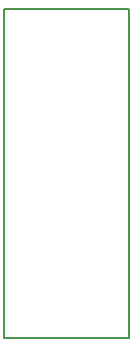
<source format=gbo>
G04 MADE WITH FRITZING*
G04 WWW.FRITZING.ORG*
G04 DOUBLE SIDED*
G04 HOLES PLATED*
G04 CONTOUR ON CENTER OF CONTOUR VECTOR*
%ASAXBY*%
%FSLAX23Y23*%
%MOIN*%
%OFA0B0*%
%SFA1.0B1.0*%
%ADD10R,0.424500X1.102350X0.408500X1.086350*%
%ADD11C,0.008000*%
%LNSILK0*%
G90*
G70*
G54D11*
X4Y1098D02*
X421Y1098D01*
X421Y4D01*
X4Y4D01*
X4Y1098D01*
D02*
G04 End of Silk0*
M02*
</source>
